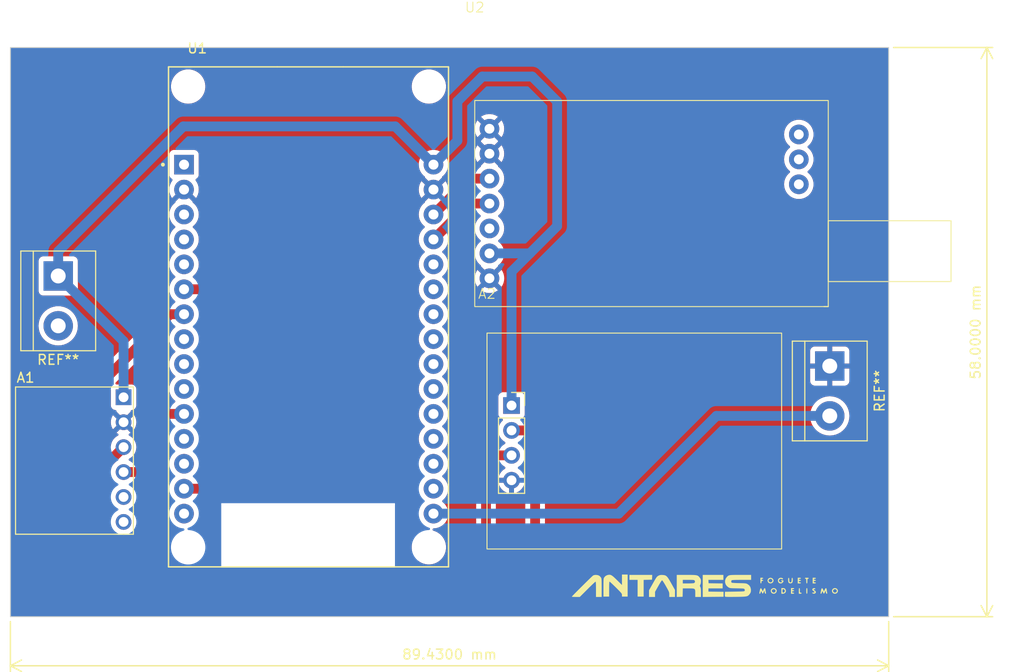
<source format=kicad_pcb>
(kicad_pcb (version 20240108) (generator "pcbnew") (generator_version "8.0")
  (layers (0 "F.Cu" signal) (31 "B.Cu" signal) (34 "B.Paste" user) (35 "F.Paste" user) (36 "B.SilkS" user "B.Silkscreen") (37 "F.SilkS" user "F.Silkscreen") (38 "B.Mask" user) (39 "F.Mask" user) (44 "Edge.Cuts" user))
  (net 0 "")
  (net 1 "+BATT")
  (net 2 "GND")
  (net 3 "Net-(A1-SCL)")
  (net 4 "Net-(A1-SDA)")
  (net 7 "Net-(A2-RX)")
  (net 8 "Net-(A2-TX)")
  (net 19 "Net-(U1-D13)")
  (net 20 "Net-(U1-D12)")
  (net 31 "RESET")
  (net 33 "-BATT")
  (footprint "Antares_Custom:NEO-6M" (layer "F.Cu") (at 135.1 87.1)
    (property "Reference" "A2" (at 0 -4 0) (layer "F.SilkS") (effects (font (thickness 0.1))))
    (property "Value" "NEO-6M")
    (fp_line (start 1.17 8.65) (end 1.17 16.33) (stroke (width 0.12)) (layer "F.SilkS"))
    (fp_line (start 1.17 8.65) (end 3.83 8.65) (stroke (width 0.12)) (layer "F.SilkS"))
    (fp_line (start 1.17 16.33) (end 3.83 16.33) (stroke (width 0.12)) (layer "F.SilkS"))
    (fp_line (start 2.5 6.05) (end 3.83 6.05) (stroke (width 0.12)) (layer "F.SilkS"))
    (fp_line (start 3.83 6.05) (end 3.83 7.38) (stroke (width 0.12)) (layer "F.SilkS"))
    (fp_line (start 3.83 8.65) (end 3.83 16.33) (stroke (width 0.12)) (layer "F.SilkS"))
    (fp_rect (start 0 0) (end 30 22) (stroke (width 0.1)) (fill none) (layer "F.SilkS"))
    (pad "1" thru_hole rect (at 2.5 7.38) (size 1.7 1.7) (drill 1) (layers "*.Cu" "*.Mask") (net 1 "+BATT"))
    (pad "2" thru_hole oval (at 2.5 9.92) (size 1.7 1.7) (drill 1) (layers "*.Cu" "*.Mask") (net 7 "Net-(A2-RX)"))
    (pad "3" thru_hole oval (at 2.5 12.46) (size 1.7 1.7) (drill 1) (layers "*.Cu" "*.Mask") (net 8 "Net-(A2-TX)"))
    (pad "4" thru_hole oval (at 2.5 15) (size 1.7 1.7) (drill 1) (layers "*.Cu" "*.Mask") (net 2 "GND"))
  )
  (footprint "TerminalBlock:TerminalBlock_bornier-2_P5.08mm" (layer "F.Cu") (at 170 90.46 -90)
    (property "Reference" "REF**" (at 2.54 -5.08 90) (layer "F.SilkS"))
    (property "Value" "TerminalBlock_bornier-2_P5.08mm")
    (fp_line (start -2.54 3.81) (end 7.62 3.81) (stroke (width 0.12)) (layer "F.SilkS"))
    (fp_line (start 7.62 3.81) (end 7.62 -3.81) (stroke (width 0.12)) (layer "F.SilkS"))
    (fp_line (start 7.62 2.54) (end -2.54 2.54) (stroke (width 0.12)) (layer "F.SilkS"))
    (fp_line (start -2.54 -3.81) (end -2.54 3.81) (stroke (width 0.12)) (layer "F.SilkS"))
    (fp_line (start 7.62 -3.81) (end -2.54 -3.81) (stroke (width 0.12)) (layer "F.SilkS"))
    (pad "1" thru_hole rect (at 0 0 270) (size 3 3) (drill 1.52) (layers "*.Cu" "*.Mask") (net 2 "GND"))
    (pad "2" thru_hole circle (at 5.08 0 270) (size 3 3) (drill 1.52) (layers "*.Cu" "*.Mask") (net 31 "RESET"))
  )
  (footprint "Antares_Custom:LoRa" (layer "F.Cu") (at 133.85 84.4)
    (property "Reference" "U2" (at 0 -30.48 0) (layer "F.SilkS") (effects (font (thickness 0.1))))
    (property "Value" "~")
    (fp_rect (start 0 0) (end 36 -21) (stroke (width 0.1)) (fill none) (layer "F.SilkS"))
    (fp_rect (start 35.56 0) (end 36 0) (stroke (width 0.1)) (fill none) (layer "F.SilkS"))
    (fp_rect (start 36 -2.55) (end 48.5 -8.75) (stroke (width 0.1)) (fill none) (layer "F.SilkS"))
    (pad "1" thru_hole circle (at 1.5 -18.12) (size 2 2) (drill 1) (layers "*.Cu" "*.Mask") (net 2 "GND"))
    (pad "2" thru_hole circle (at 1.5 -15.58) (size 2 2) (drill 1) (layers "*.Cu" "*.Mask") (net 2 "GND"))
    (pad "3" thru_hole circle (at 1.5 -13.04) (size 2 2) (drill 1) (layers "*.Cu" "*.Mask") (net 19 "Net-(U1-D13)"))
    (pad "4" thru_hole circle (at 1.5 -10.5) (size 2 2) (drill 1) (layers "*.Cu" "*.Mask") (net 20 "Net-(U1-D12)"))
    (pad "5" thru_hole circle (at 1.5 -7.96) (size 2 2) (drill 1) (layers "*.Cu" "*.Mask"))
    (pad "6" thru_hole circle (at 1.5 -5.42) (size 2 2) (drill 1) (layers "*.Cu" "*.Mask") (net 1 "+BATT"))
    (pad "7" thru_hole circle (at 1.5 -2.88) (size 2 2) (drill 1) (layers "*.Cu" "*.Mask") (net 2 "GND"))
    (pad "9" thru_hole circle (at 33 -17.54) (size 2 2) (drill 1) (layers "*.Cu" "*.Mask"))
    (pad "10" thru_hole circle (at 33 -15) (size 2 2) (drill 1) (layers "*.Cu" "*.Mask"))
    (pad "11" thru_hole circle (at 33 -12.46) (size 2 2) (drill 1) (layers "*.Cu" "*.Mask"))
  )
  (footprint "Antares:Antares Logo" (layer "F.Cu") (at 155.615968 110.61793)
    (property "Reference" "G***" (hide yes))
    (property "Value" "LOGO" (hide yes))
    (fp_poly (pts (xy -3.702361 1.367689) (xy -3.713075 1.612268) (xy -4.138824 1.622477) (xy -4.564573 1.632685) (xy -4.564573 2.483033) (xy -4.564573 3.333381) (xy -4.872561 3.333381) (xy -5.18055 3.333381) (xy -5.18055 2.481883) (xy -5.18055 1.630385) (xy -5.59724 1.630385) (xy -6.013931 1.630385) (xy -6.013931 1.376747) (xy -6.013931 1.12311) (xy -4.852789 1.12311) (xy -3.691647 1.12311)) (fill solid) (layer "F.SilkS"))
    (fp_poly (pts (xy 12.076581 2.477419) (xy 12.093317 2.526957) (xy 12.101315 2.625246) (xy 12.103045 2.753638) (xy 12.100485 2.902368) (xy 12.091197 2.991627) (xy 12.072767 3.034281) (xy 12.048694 3.043509) (xy 12.020807 3.029856) (xy 12.004071 2.980319) (xy 11.996073 2.882029) (xy 11.994343 2.753638) (xy 11.996903 2.604907) (xy 12.006191 2.515648) (xy 12.02462 2.472994) (xy 12.048694 2.463766)) (fill solid) (layer "F.SilkS"))
    (fp_poly (pts (xy 11.318267 2.47949) (xy 11.335212 2.535673) (xy 11.341734 2.645835) (xy 11.342132 2.699287) (xy 11.34372 2.825892) (xy 11.352683 2.89641) (xy 11.375318 2.927213) (xy 11.417922 2.934671) (xy 11.432717 2.934807) (xy 11.505572 2.953706) (xy 11.523302 2.989158) (xy 11.499369 3.02695) (xy 11.420034 3.042523) (xy 11.378366 3.043509) (xy 11.23343 3.043509) (xy 11.23343 2.753638) (xy 11.23599 2.604907) (xy 11.245278 2.515648) (xy 11.263708 2.472994) (xy 11.287781 2.463766)) (fill solid) (layer "F.SilkS"))
    (fp_poly (pts (xy 3.551832 1.376747) (xy 3.551832 1.630385) (xy 2.788934 1.630385) (xy 2.026036 1.630385) (xy 2.037079 1.802496) (xy 2.048123 1.974608) (xy 2.763744 1.984432) (xy 3.479364 1.994257) (xy 3.479364 2.247128) (xy 3.479364 2.5) (xy 2.754685 2.5) (xy 2.030006 2.5) (xy 2.030006 2.662332) (xy 2.030006 2.824664) (xy 2.799978 2.834443) (xy 3.569949 2.844223) (xy 3.569949 3.09786) (xy 3.569949 3.351498) (xy 2.510106 3.361104) (xy 1.450263 3.370709) (xy 1.450263 2.24691) (xy 1.450263 1.12311) (xy 2.501048 1.12311) (xy 3.551832 1.12311)) (fill solid) (layer "F.SilkS"))
    (fp_poly (pts (xy 7.565877 1.421956) (xy 7.607404 1.451707) (xy 7.610035 1.467332) (xy 7.578537 1.511046) (xy 7.51945 1.521683) (xy 7.446595 1.540582) (xy 7.428865 1.576034) (xy 7.460363 1.619747) (xy 7.51945 1.630385) (xy 7.592305 1.649284) (xy 7.610035 1.684736) (xy 7.578537 1.728449) (xy 7.51945 1.739087) (xy 7.458191 1.748562) (xy 7.433113 1.7912) (xy 7.428865 1.865906) (xy 7.417079 1.959703) (xy 7.379464 1.992495) (xy 7.374514 1.992725) (xy 7.346627 1.979072) (xy 7.329891 1.929534) (xy 7.321893 1.831245) (xy 7.320163 1.702853) (xy 7.320163 1.412981) (xy 7.465099 1.412981)) (fill solid) (layer "F.SilkS"))
    (fp_poly (pts (xy 12.168876 1.417861) (xy 12.23075 1.434983) (xy 12.247981 1.467332) (xy 12.217773 1.511596) (xy 12.175513 1.521683) (xy 12.136294 1.529024) (xy 12.114429 1.56172) (xy 12.10499 1.635786) (xy 12.103045 1.757204) (xy 12.099416 1.889311) (xy 12.086451 1.962737) (xy 12.061029 1.991) (xy 12.048694 1.992725) (xy 12.018208 1.977001) (xy 12.001263 1.920818) (xy 11.994741 1.810656) (xy 11.994343 1.757204) (xy 11.992084 1.629744) (xy 11.982024 1.558682) (xy 11.959234 1.528005) (xy 11.921875 1.521683) (xy 11.862858 1.499027) (xy 11.849407 1.467332) (xy 11.867299 1.434556) (xy 11.930079 1.417681) (xy 12.048694 1.412981)) (fill solid) (layer "F.SilkS"))
    (fp_poly (pts (xy 10.706806 2.470879) (xy 10.755759 2.495065) (xy 10.762389 2.518117) (xy 10.72998 2.561266) (xy 10.653687 2.572468) (xy 10.567388 2.588672) (xy 10.544985 2.626819) (xy 10.577394 2.669968) (xy 10.653687 2.68117) (xy 10.739986 2.697374) (xy 10.762389 2.735521) (xy 10.72998 2.77867) (xy 10.653687 2.789872) (xy 10.57412 2.80126) (xy 10.546106 2.843633) (xy 10.544985 2.86234) (xy 10.562067 2.915384) (xy 10.625627 2.93406) (xy 10.653687 2.934807) (xy 10.739986 2.951012) (xy 10.762389 2.989158) (xy 10.74105 3.024982) (xy 10.668493 3.041299) (xy 10.599336 3.043509) (xy 10.436283 3.043509) (xy 10.436283 2.753638) (xy 10.436283 2.463766) (xy 10.599336 2.463766)) (fill solid) (layer "F.SilkS"))
    (fp_poly (pts (xy 11.395251 1.420094) (xy 11.444204 1.44428) (xy 11.450834 1.467332) (xy 11.418425 1.510482) (xy 11.342132 1.521683) (xy 11.255833 1.537888) (xy 11.23343 1.576034) (xy 11.265839 1.619184) (xy 11.342132 1.630385) (xy 11.428431 1.646589) (xy 11.450834 1.684736) (xy 11.418425 1.727886) (xy 11.342132 1.739087) (xy 11.262565 1.750475) (xy 11.234551 1.792848) (xy 11.23343 1.811555) (xy 11.250512 1.864599) (xy 11.314072 1.883275) (xy 11.342132 1.884023) (xy 11.428431 1.900227) (xy 11.450834 1.938374) (xy 11.429495 1.974197) (xy 11.356938 1.990515) (xy 11.287781 1.992725) (xy 11.124728 1.992725) (xy 11.124728 1.702853) (xy 11.124728 1.412981) (xy 11.287781 1.412981)) (fill solid) (layer "F.SilkS"))
    (fp_poly (pts (xy 12.917077 1.420094) (xy 12.96603 1.44428) (xy 12.97266 1.467332) (xy 12.940251 1.510482) (xy 12.863958 1.521683) (xy 12.777659 1.537888) (xy 12.755256 1.576034) (xy 12.787665 1.619184) (xy 12.863958 1.630385) (xy 12.950257 1.646589) (xy 12.97266 1.684736) (xy 12.940251 1.727886) (xy 12.863958 1.739087) (xy 12.784391 1.750475) (xy 12.756377 1.792848) (xy 12.755256 1.811555) (xy 12.772338 1.864599) (xy 12.835898 1.883275) (xy 12.863958 1.884023) (xy 12.950257 1.900227) (xy 12.97266 1.938374) (xy 12.951321 1.974197) (xy 12.878764 1.990515) (xy 12.809607 1.992725) (xy 12.646554 1.992725) (xy 12.646554 1.702853) (xy 12.646554 1.412981) (xy 12.809607 1.412981)) (fill solid) (layer "F.SilkS"))
    (fp_poly (pts (xy 9.733162 2.473341) (xy 9.808418 2.510552) (xy 9.85391 2.559237) (xy 9.918812 2.689476) (xy 9.92009 2.817877) (xy 9.865405 2.929562) (xy 9.762418 3.009653) (xy 9.618791 3.043271) (xy 9.604549 3.043509) (xy 9.457966 3.043509) (xy 9.457966 2.753638) (xy 9.566668 2.753638) (xy 9.570662 2.862643) (xy 9.587163 2.916982) (xy 9.622951 2.93423) (xy 9.636548 2.934807) (xy 9.718603 2.910194) (xy 9.763367 2.877868) (xy 9.811696 2.787299) (xy 9.803232 2.690906) (xy 9.747597 2.611858) (xy 9.65441 2.573325) (xy 9.636548 2.572468) (xy 9.594503 2.582823) (xy 9.573544 2.625603) (xy 9.566891 2.718385) (xy 9.566668 2.753638) (xy 9.457966 2.753638) (xy 9.457966 2.463766) (xy 9.618389 2.463766)) (fill solid) (layer "F.SilkS"))
    (fp_poly (pts (xy 12.816474 2.470206) (xy 12.894638 2.49657) (xy 12.918309 2.536234) (xy 12.889679 2.577357) (xy 12.839992 2.579793) (xy 12.768169 2.586483) (xy 12.735189 2.618022) (xy 12.75368 2.655625) (xy 12.780135 2.668816) (xy 12.894666 2.735255) (xy 12.961774 2.828045) (xy 12.97266 2.884797) (xy 12.942318 2.970861) (xy 12.865481 3.024796) (xy 12.763436 3.040119) (xy 12.657466 3.010345) (xy 12.626304 2.990311) (xy 12.586117 2.95438) (xy 12.593495 2.934548) (xy 12.657861 2.924728) (xy 12.73377 2.920868) (xy 12.824199 2.903724) (xy 12.847041 2.866518) (xy 12.802111 2.815817) (xy 12.737814 2.779374) (xy 12.643616 2.707276) (xy 12.607851 2.622167) (xy 12.62593 2.542081) (xy 12.693265 2.485052) (xy 12.805267 2.469114)) (fill solid) (layer "F.SilkS"))
    (fp_poly (pts (xy 10.597844 1.444862) (xy 10.617554 1.526449) (xy 10.622716 1.636662) (xy 10.613813 1.75442) (xy 10.591328 1.858641) (xy 10.555744 1.928246) (xy 10.55119 1.932758) (xy 10.451743 1.982176) (xy 10.334084 1.987179) (xy 10.231137 1.948368) (xy 10.206378 1.926462) (xy 10.171804 1.856667) (xy 10.150437 1.75226) (xy 10.142509 1.634466) (xy 10.148252 1.524509) (xy 10.167898 1.443612) (xy 10.200762 1.412981) (xy 10.235192 1.43266) (xy 10.251841 1.500615) (xy 10.255113 1.591188) (xy 10.261432 1.741096) (xy 10.283926 1.831616) (xy 10.327905 1.875006) (xy 10.381932 1.884023) (xy 10.446853 1.869433) (xy 10.486055 1.817492) (xy 10.504846 1.71594) (xy 10.508751 1.591188) (xy 10.514753 1.478299) (xy 10.535478 1.423711) (xy 10.563102 1.412981)) (fill solid) (layer "F.SilkS"))
    (fp_poly (pts (xy 8.489458 1.443905) (xy 8.595498 1.526199) (xy 8.654251 1.644147) (xy 8.660819 1.702853) (xy 8.627963 1.831443) (xy 8.540526 1.931245) (xy 8.415206 1.986542) (xy 8.352831 1.992725) (xy 8.214591 1.963156) (xy 8.13378 1.903787) (xy 8.061147 1.788809) (xy 8.052853 1.702853) (xy 8.153544 1.702853) (xy 8.185713 1.795816) (xy 8.266145 1.863209) (xy 8.352831 1.884023) (xy 8.445498 1.860452) (xy 8.495179 1.827084) (xy 8.545106 1.735947) (xy 8.536301 1.641239) (xy 8.478355 1.56354) (xy 8.380861 1.52343) (xy 8.352831 1.521683) (xy 8.250572 1.550928) (xy 8.176439 1.624048) (xy 8.153544 1.702853) (xy 8.052853 1.702853) (xy 8.049292 1.665951) (xy 8.090795 1.551839) (xy 8.178236 1.463099) (xy 8.304194 1.416356) (xy 8.352831 1.412981)) (fill solid) (layer "F.SilkS"))
    (fp_poly (pts (xy 8.815564 2.49469) (xy 8.921603 2.576984) (xy 8.980356 2.694931) (xy 8.986925 2.753638) (xy 8.954069 2.882228) (xy 8.866631 2.98203) (xy 8.741312 3.037327) (xy 8.678936 3.043509) (xy 8.540697 3.013941) (xy 8.459886 2.954571) (xy 8.387252 2.839593) (xy 8.378958 2.753638) (xy 8.47965 2.753638) (xy 8.511819 2.8466) (xy 8.592251 2.913994) (xy 8.678936 2.934807) (xy 8.771604 2.911236) (xy 8.821284 2.877868) (xy 8.871212 2.786731) (xy 8.862407 2.692023) (xy 8.804461 2.614325) (xy 8.706967 2.574215) (xy 8.678936 2.572468) (xy 8.576677 2.601713) (xy 8.502545 2.674832) (xy 8.47965 2.753638) (xy 8.378958 2.753638) (xy 8.375397 2.716735) (xy 8.4169 2.602624) (xy 8.504341 2.513883) (xy 8.6303 2.467141) (xy 8.678936 2.463766)) (fill solid) (layer "F.SilkS"))
    (fp_poly (pts (xy 15.047803 2.49469) (xy 15.153843 2.576984) (xy 15.212596 2.694931) (xy 15.219165 2.753638) (xy 15.186308 2.882228) (xy 15.098871 2.98203) (xy 14.973552 3.037327) (xy 14.911176 3.043509) (xy 14.772936 3.013941) (xy 14.692125 2.954571) (xy 14.619492 2.839593) (xy 14.611198 2.753638) (xy 14.711889 2.753638) (xy 14.744058 2.8466) (xy 14.82449 2.913994) (xy 14.911176 2.934807) (xy 15.003843 2.911236) (xy 15.053524 2.877868) (xy 15.103452 2.786731) (xy 15.094646 2.692023) (xy 15.036701 2.614325) (xy 14.939206 2.574215) (xy 14.911176 2.572468) (xy 14.808917 2.601713) (xy 14.734785 2.674832) (xy 14.711889 2.753638) (xy 14.611198 2.753638) (xy 14.607637 2.716735) (xy 14.64914 2.602624) (xy 14.736581 2.513883) (xy 14.86254 2.467141) (xy 14.911176 2.463766)) (fill solid) (layer "F.SilkS"))
    (fp_poly (pts (xy 9.506112 1.427619) (xy 9.588682 1.464722) (xy 9.627955 1.514075) (xy 9.611961 1.562725) (xy 9.562119 1.589773) (xy 9.523187 1.565164) (xy 9.438068 1.523763) (xy 9.340906 1.53448) (xy 9.256084 1.586786) (xy 9.207986 1.670152) (xy 9.204329 1.702853) (xy 9.234328 1.794222) (xy 9.308436 1.857239) (xy 9.402814 1.882632) (xy 9.493625 1.861133) (xy 9.530434 1.829672) (xy 9.553773 1.788026) (xy 9.516216 1.775619) (xy 9.498637 1.775321) (xy 9.436161 1.753685) (xy 9.421732 1.72097) (xy 9.449233 1.680771) (xy 9.537001 1.666717) (xy 9.548551 1.666619) (xy 9.644032 1.685114) (xy 9.67716 1.739618) (xy 9.647605 1.828658) (xy 9.600272 1.897253) (xy 9.5233 1.96686) (xy 9.422212 1.991709) (xy 9.385498 1.992725) (xy 9.271717 1.977537) (xy 9.19152 1.921802) (xy 9.170725 1.897253) (xy 9.108697 1.770118) (xy 9.107266 1.641293) (xy 9.158631 1.527614) (xy 9.254993 1.445918) (xy 9.388554 1.413043) (xy 9.395043 1.412981)) (fill solid) (layer "F.SilkS"))
    (fp_poly (pts (xy 7.800148 2.492039) (xy 7.832497 2.587181) (xy 7.842809 2.650016) (xy 7.861587 2.781188) (xy 7.880786 2.899649) (xy 7.888241 2.939888) (xy 7.893505 3.01678) (xy 7.863107 3.043011) (xy 7.853961 3.043509) (xy 7.793984 3.01221) (xy 7.760913 2.916797) (xy 7.753284 2.814084) (xy 7.750823 2.750748) (xy 7.740322 2.735859) (xy 7.713314 2.774732) (xy 7.662004 2.871398) (xy 7.608871 2.967188) (xy 7.567939 3.029673) (xy 7.553218 3.043509) (xy 7.528459 3.013581) (xy 7.487608 2.937717) (xy 7.465395 2.890222) (xy 7.423695 2.805848) (xy 7.394879 2.782161) (xy 7.370846 2.822643) (xy 7.343499 2.930776) (xy 7.340616 2.943866) (xy 7.309571 3.008009) (xy 7.263958 3.042654) (xy 7.22522 3.038621) (xy 7.213696 2.998217) (xy 7.221299 2.941042) (xy 7.238955 2.836317) (xy 7.260804 2.71755) (xy 7.297922 2.567149) (xy 7.339203 2.488599) (xy 7.386216 2.481331) (xy 7.440532 2.544775) (xy 7.485886 2.635849) (xy 7.561024 2.807989) (xy 7.637843 2.635877) (xy 7.702279 2.51635) (xy 7.756561 2.468417)) (fill solid) (layer "F.SilkS"))
    (fp_poly (pts (xy 14.032388 2.492039) (xy 14.064737 2.587181) (xy 14.075049 2.650016) (xy 14.093826 2.781188) (xy 14.113026 2.899649) (xy 14.12048 2.939888) (xy 14.125744 3.01678) (xy 14.095346 3.043011) (xy 14.086201 3.043509) (xy 14.026224 3.01221) (xy 13.993152 2.916797) (xy 13.985523 2.814084) (xy 13.983063 2.750748) (xy 13.972561 2.735859) (xy 13.945554 2.774732) (xy 13.894244 2.871398) (xy 13.841111 2.967188) (xy 13.800179 3.029673) (xy 13.785458 3.043509) (xy 13.760699 3.013581) (xy 13.719847 2.937717) (xy 13.697635 2.890222) (xy 13.655935 2.805848) (xy 13.627118 2.782161) (xy 13.603086 2.822643) (xy 13.575739 2.930776) (xy 13.572856 2.943866) (xy 13.54181 3.008009) (xy 13.496198 3.042654) (xy 13.457459 3.038621) (xy 13.445935 2.998217) (xy 13.453539 2.941042) (xy 13.471194 2.836317) (xy 13.493044 2.71755) (xy 13.530162 2.567149) (xy 13.571442 2.488599) (xy 13.618456 2.481331) (xy 13.672771 2.544775) (xy 13.718126 2.635849) (xy 13.793264 2.807989) (xy 13.870083 2.635877) (xy 13.934518 2.51635) (xy 13.988801 2.468417)) (fill solid) (layer "F.SilkS"))
    (fp_poly (pts (xy -6.195101 2.210128) (xy -6.195101 3.333381) (xy -6.484972 3.333381) (xy -6.774844 3.333381) (xy -6.774844 3.178987) (xy -6.776373 3.128711) (xy -6.785028 3.082835) (xy -6.806911 3.033715) (xy -6.848124 2.973704) (xy -6.914769 2.895158) (xy -7.012949 2.79043) (xy -7.148766 2.651875) (xy -7.328321 2.471847) (xy -7.382151 2.418074) (xy -7.55497 2.2473) (xy -7.712455 2.095131) (xy -7.846937 1.968698) (xy -7.95075 1.87513) (xy -8.016226 1.821559) (xy -8.034362 1.811555) (xy -8.050138 1.828947) (xy -8.062049 1.885746) (xy -8.070502 1.988886) (xy -8.075908 2.1453) (xy -8.078676 2.361921) (xy -8.079266 2.572468) (xy -8.079266 3.333381) (xy -8.369138 3.333381) (xy -8.659009 3.333381) (xy -8.658874 2.418474) (xy -8.65846 2.134736) (xy -8.656882 1.914035) (xy -8.653492 1.746938) (xy -8.647642 1.624014) (xy -8.638687 1.535834) (xy -8.625977 1.472967) (xy -8.608867 1.425981) (xy -8.588136 1.387775) (xy -8.461907 1.241724) (xy -8.291594 1.150014) (xy -8.182254 1.122065) (xy -8.07768 1.108309) (xy -7.983782 1.112134) (xy -7.891073 1.13915) (xy -7.790066 1.194966) (xy -7.671273 1.285191) (xy -7.525208 1.415435) (xy -7.342383 1.591306) (xy -7.273061 1.659627) (xy -6.774844 2.152436) (xy -6.774844 1.619656) (xy -6.774844 1.086876) (xy -6.484972 1.086876) (xy -6.195101 1.086876)) (fill solid) (layer "F.SilkS"))
    (fp_poly (pts (xy -9.209881 1.151512) (xy -9.042239 1.237011) (xy -8.91504 1.381264) (xy -8.912451 1.385475) (xy -8.890393 1.426048) (xy -8.873344 1.472722) (xy -8.860662 1.534843) (xy -8.851706 1.621754) (xy -8.845836 1.742799) (xy -8.842409 1.907325) (xy -8.840785 2.124674) (xy -8.840322 2.404191) (xy -8.840315 2.436591) (xy -8.840179 3.369615) (xy -9.130051 3.369615) (xy -9.419922 3.369615) (xy -9.419922 2.590585) (xy -9.420876 2.321191) (xy -9.424014 2.117121) (xy -9.429754 1.971252) (xy -9.438513 1.876461) (xy -9.450707 1.825627) (xy -9.465531 1.811555) (xy -9.501652 1.836306) (xy -9.582009 1.90637) (xy -9.699954 2.01546) (xy -9.848838 2.157292) (xy -10.022013 2.325579) (xy -10.212831 2.514036) (xy -10.289537 2.590585) (xy -11.067935 3.369615) (xy -11.475883 3.369615) (xy -11.638067 3.367342) (xy -11.769695 3.361173) (xy -11.85631 3.352077) (xy -11.883831 3.342205) (xy -11.858987 3.310726) (xy -11.788812 3.235132) (xy -11.679842 3.121918) (xy -11.538612 2.97758) (xy -11.371657 2.808614) (xy -11.185513 2.621514) (xy -10.986715 2.422778) (xy -10.781798 2.2189) (xy -10.577299 2.016377) (xy -10.379752 1.821703) (xy -10.195692 1.641375) (xy -10.031656 1.481889) (xy -9.894178 1.349739) (xy -9.789794 1.251422) (xy -9.72504 1.193433) (xy -9.71079 1.182371) (xy -9.601252 1.140932) (xy -9.444795 1.123504) (xy -9.420919 1.123245)) (fill solid) (layer "F.SilkS"))
    (fp_poly (pts (xy -2.646879 1.129113) (xy -2.643311 1.129313) (xy -2.512268 1.140482) (xy -2.403112 1.162604) (xy -2.308151 1.2031) (xy -2.219694 1.269391) (xy -2.130048 1.3689) (xy -2.031523 1.509049) (xy -1.916426 1.69726) (xy -1.777067 1.940955) (xy -1.747383 1.993835) (xy -1.375985 2.656593) (xy -1.375985 3.013104) (xy -1.375985 3.369615) (xy -1.665857 3.369615) (xy -1.955728 3.369615) (xy -1.955728 3.125007) (xy -1.956764 3.03792) (xy -1.963029 2.964047) (xy -1.979264 2.891486) (xy -2.010206 2.808336) (xy -2.060595 2.702698) (xy -2.135169 2.56267) (xy -2.238667 2.376352) (xy -2.290997 2.283043) (xy -2.399078 2.094987) (xy -2.498688 1.930072) (xy -2.583339 1.798381) (xy -2.646544 1.709997) (xy -2.681817 1.675004) (xy -2.682229 1.674911) (xy -2.718773 1.696278) (xy -2.779488 1.772047) (xy -2.866372 1.905203) (xy -2.98142 2.098732) (xy -3.07164 2.25723) (xy -3.405086 2.850328) (xy -3.405086 3.109971) (xy -3.405086 3.369615) (xy -3.713075 3.369615) (xy -4.021064 3.369615) (xy -4.021064 3.030723) (xy -4.021064 2.691831) (xy -3.655834 2.043347) (xy -3.521558 1.805754) (xy -3.416197 1.622881) (xy -3.333431 1.486124) (xy -3.266942 1.386878) (xy -3.210413 1.316538) (xy -3.157524 1.266497) (xy -3.101957 1.228151) (xy -3.037394 1.192895) (xy -3.027772 1.187968) (xy -2.921636 1.145322) (xy -2.804556 1.127212)) (fill solid) (layer "F.SilkS"))
    (fp_poly (pts (xy -0.20744 1.123166) (xy 0.111016 1.123668) (xy 0.365897 1.126372) (xy 0.566093 1.133136) (xy 0.720495 1.145815) (xy 0.837996 1.166267) (xy 0.927487 1.196348) (xy 0.997858 1.237916) (xy 1.058001 1.292828) (xy 1.116808 1.362941) (xy 1.150353 1.40674) (xy 1.21893 1.506936) (xy 1.254635 1.595845) (xy 1.267683 1.706248) (xy 1.268903 1.787196) (xy 1.252493 1.983067) (xy 1.203926 2.117518) (xy 1.164308 2.191242) (xy 1.159607 2.248062) (xy 1.189854 2.323356) (xy 1.204117 2.351642) (xy 1.233385 2.424259) (xy 1.252729 2.515782) (xy 1.26389 2.641551) (xy 1.268607 2.816906) (xy 1.269093 2.924352) (xy 1.269093 3.369615) (xy 0.979222 3.369615) (xy 0.68935 3.369615) (xy 0.68935 3.015338) (xy 0.68875 2.836526) (xy 0.680562 2.704717) (xy 0.65521 2.612751) (xy 0.603115 2.553467) (xy 0.514699 2.519705) (xy 0.380383 2.504305) (xy 0.19059 2.500106) (xy 0 2.5) (xy -0.576538 2.5) (xy -0.586747 2.925749) (xy -0.596955 3.351498) (xy -0.895885 3.362022) (xy -1.194815 3.372546) (xy -1.194815 2.247828) (xy -1.194815 1.630385) (xy -0.578838 1.630385) (xy -0.578838 1.811555) (xy -0.578838 1.992725) (xy -0.055805 1.992725) (xy 0.138777 1.990461) (xy 0.313505 1.984248) (xy 0.452586 1.974949) (xy 0.54023 1.96343) (xy 0.555219 1.959271) (xy 0.639267 1.895459) (xy 0.66468 1.802364) (xy 0.628939 1.705197) (xy 0.604971 1.677071) (xy 0.571126 1.657027) (xy 0.515946 1.643706) (xy 0.427974 1.635748) (xy 0.295753 1.631792) (xy 0.107825 1.630477) (xy -0.00115 1.630385) (xy -0.578838 1.630385) (xy -1.194815 1.630385) (xy -1.194815 1.12311)) (fill solid) (layer "F.SilkS"))
    (fp_poly (pts (xy 6.37808 1.376747) (xy 6.37808 1.630385) (xy 5.407011 1.630385) (xy 5.087396 1.631416) (xy 4.834969 1.63466) (xy 4.644476 1.640342) (xy 4.510665 1.648686) (xy 4.428283 1.659918) (xy 4.39246 1.673866) (xy 4.354439 1.752804) (xy 4.356769 1.846785) (xy 4.394512 1.912939) (xy 4.446089 1.926539) (xy 4.561136 1.938985) (xy 4.730659 1.949683) (xy 4.94566 1.958037) (xy 5.146367 1.962668) (xy 5.392915 1.967393) (xy 5.578751 1.972934) (xy 5.715626 1.980577) (xy 5.815296 1.991608) (xy 5.889514 2.007314) (xy 5.950032 2.028983) (xy 6.006642 2.05685) (xy 6.182817 2.187587) (xy 6.299153 2.358966) (xy 6.354846 2.569598) (xy 6.359964 2.666344) (xy 6.354183 2.807055) (xy 6.330536 2.908833) (xy 6.279568 3.004724) (xy 6.251262 3.04622) (xy 6.191432 3.127586) (xy 6.133373 3.193048) (xy 6.068657 3.244435) (xy 5.98886 3.283578) (xy 5.885555 3.312306) (xy 5.750316 3.33245) (xy 5.574719 3.345838) (xy 5.350337 3.354303) (xy 5.068744 3.359672) (xy 4.79265 3.363012) (xy 4.48141 3.365924) (xy 4.23524 3.366953) (xy 4.046765 3.365824) (xy 3.908604 3.362263) (xy 3.813379 3.355994) (xy 3.753712 3.346741) (xy 3.722226 3.334229) (xy 3.712733 3.322721) (xy 3.703701 3.259948) (xy 3.701093 3.151801) (xy 3.703869 3.057569) (xy 3.714885 2.844223) (xy 4.707197 2.826106) (xy 5.000919 2.82058) (xy 5.230408 2.815489) (xy 5.40389 2.810063) (xy 5.529592 2.803532) (xy 5.615738 2.795129) (xy 5.670554 2.784083) (xy 5.702266 2.769626) (xy 5.7191 2.750989) (xy 5.728091 2.730647) (xy 5.729696 2.628286) (xy 5.704886 2.579371) (xy 5.683043 2.553953) (xy 5.651336 2.534851) (xy 5.599661 2.520934) (xy 5.517916 2.511074) (xy 5.395997 2.504143) (xy 5.223802 2.499012) (xy 4.991228 2.494553) (xy 4.93763 2.493659) (xy 4.692189 2.489297) (xy 4.507557 2.484463) (xy 4.372081 2.477729) (xy 4.27411 2.467664) (xy 4.201991 2.452839) (xy 4.14407 2.431822) (xy 4.088697 2.403184) (xy 4.058718 2.385793) (xy 3.89212 2.250019) (xy 3.780391 2.079429) (xy 3.725058 1.887794) (xy 3.727652 1.688884) (xy 3.789702 1.496471) (xy 3.912736 1.324326) (xy 3.938112 1.299648) (xy 3.992389 1.250892) (xy 4.044082 1.212056) (xy 4.101822 1.182012) (xy 4.174241 1.159631) (xy 4.269969 1.143787) (xy 4.397639 1.133349) (xy 4.565881 1.127191) (xy 4.783327 1.124184) (xy 5.058608 1.1232) (xy 5.28868 1.12311) (xy 6.37808 1.12311)) (fill solid) (layer "F.SilkS"))
  )
  (footprint "Antares_Custom:MODULE_ESP32_DEVKIT_V1" (layer "F.Cu") (at 116.95 85.452199)
    (property "Reference" "U1" (at -11.355 -27.36 0) (layer "F.SilkS"))
    (property "Value" "~")
    (fp_line (start -14.28 -25.475) (end -3.211 -25.475) (stroke (width 0.127)) (layer "F.SilkS"))
    (fp_line (start -14.28 -25.475) (end 14.23 -25.475) (stroke (width 0.127)) (layer "F.SilkS"))
    (fp_line (start -14.28 25.475) (end -14.28 -25.475) (stroke (width 0.127)) (layer "F.SilkS"))
    (fp_line (start -14.28 25.475) (end -14.28 -25.475) (stroke (width 0.127)) (layer "F.SilkS"))
    (fp_line (start -14.28 25.475) (end -8.91 25.475) (stroke (width 0.127)) (layer "F.SilkS"))
    (fp_line (start -8.91 25.475) (end 8.78 25.475) (stroke (width 0.127)) (layer "F.SilkS"))
    (fp_line (start -3.211 -25.475) (end 3.5 -25.475) (stroke (width 0.127)) (layer "F.SilkS"))
    (fp_line (start 3.5 -25.475) (end 14.23 -25.475) (stroke (width 0.127)) (layer "F.SilkS"))
    (fp_line (start 8.78 25.475) (end 14.23 25.475) (stroke (width 0.127)) (layer "F.SilkS"))
    (fp_line (start 14.23 -25.475) (end 14.23 25.475) (stroke (width 0.127)) (layer "F.SilkS"))
    (fp_line (start 14.23 -25.475) (end 14.23 25.475) (stroke (width 0.127)) (layer "F.SilkS"))
    (fp_line (start 14.23 25.475) (end -14.28 25.475) (stroke (width 0.127)) (layer "F.SilkS"))
    (fp_circle (center -14.85 -15.515) (end -14.75 -15.515) (stroke (width 0.2)) (fill none) (layer "F.SilkS"))
    (pad "" np_thru_hole circle (at -12.28 -23.475) (size 3 3) (drill 3) (layers "*.Cu" "*.Mask"))
    (pad "" np_thru_hole circle (at -12.28 23.475) (size 3 3) (drill 3) (layers "*.Cu" "*.Mask"))
    (pad "" np_thru_hole circle (at 12.23 -23.475) (size 3 3) (drill 3) (layers "*.Cu" "*.Mask"))
    (pad "" np_thru_hole circle (at 12.23 23.475) (size 3 3) (drill 3) (layers "*.Cu" "*.Mask"))
    (pad "1" thru_hole rect (at -12.7 -15.515) (size 2 2) (drill 1.02) (layers "*.Cu" "*.Mask"))
    (pad "2" thru_hole circle (at -12.7 -12.975) (size 2 2) (drill 1.02) (layers "*.Cu" "*.Mask") (net 2 "GND"))
    (pad "3" thru_hole circle (at -12.7 -10.435) (size 2 2) (drill 1.02) (layers "*.Cu" "*.Mask"))
    (pad "4" thru_hole circle (at -12.7 -7.895) (size 2 2) (drill 1.02) (layers "*.Cu" "*.Mask"))
    (pad "5" thru_hole circle (at -12.7 -5.355) (size 2 2) (drill 1.02) (layers "*.Cu" "*.Mask"))
    (pad "6" thru_hole circle (at -12.7 -2.815) (size 2 2) (drill 1.02) (layers "*.Cu" "*.Mask") (net 8 "Net-(A2-TX)"))
    (pad "7" thru_hole circle (at -12.7 -0.275) (size 2 2) (drill 1.02) (layers "*.Cu" "*.Mask") (net 7 "Net-(A2-RX)"))
    (pad "8" thru_hole circle (at -12.7 2.265) (size 2 2) (drill 1.02) (layers "*.Cu" "*.Mask"))
    (pad "9" thru_hole circle (at -12.7 4.805) (size 2 2) (drill 1.02) (layers "*.Cu" "*.Mask"))
    (pad "10" thru_hole circle (at -12.7 7.345) (size 2 2) (drill 1.02) (layers "*.Cu" "*.Mask"))
    (pad "11" thru_hole circle (at -12.7 9.885) (size 2 2) (drill 1.02) (layers "*.Cu" "*.Mask") (net 4 "Net-(A1-SDA)"))
    (pad "12" thru_hole circle (at -12.7 12.425) (size 2 2) (drill 1.02) (layers "*.Cu" "*.Mask"))
    (pad "13" thru_hole circle (at -12.7 14.965) (size 2 2) (drill 1.02) (layers "*.Cu" "*.Mask"))
    (pad "14" thru_hole circle (at -12.7 17.505) (size 2 2) (drill 1.02) (layers "*.Cu" "*.Mask") (net 3 "Net-(A1-SCL)"))
    (pad "15" thru_hole circle (at -12.7 20.045) (size 2 2) (drill 1.02) (layers "*.Cu" "*.Mask"))
    (pad "16" thru_hole circle (at 12.7 20.045) (size 2 2) (drill 1.02) (layers "*.Cu" "*.Mask") (net 31 "RESET"))
    (pad "17" thru_hole circle (at 12.7 17.505) (size 2 2) (drill 1.02) (layers "*.Cu" "*.Mask"))
    (pad "18" thru_hole circle (at 12.7 14.965) (size 2 2) (drill 1.02) (layers "*.Cu" "*.Mask"))
    (pad "19" thru_hole circle (at 12.7 12.425) (size 2 2) (drill 1.02) (layers "*.Cu" "*.Mask"))
    (pad "20" thru_hole circle (at 12.7 9.885) (size 2 2) (drill 1.02) (layers "*.Cu" "*.Mask"))
    (pad "21" thru_hole circle (at 12.7 7.345) (size 2 2) (drill 1.02) (layers "*.Cu" "*.Mask"))
    (pad "22" thru_hole circle (at 12.7 4.805) (size 2 2) (drill 1.02) (layers "*.Cu" "*.Mask"))
    (pad "23" thru_hole circle (at 12.7 2.265) (size 2 2) (drill 1.02) (layers "*.Cu" "*.Mask"))
    (pad "24" thru_hole circle (at 12.7 -0.275) (size 2 2) (drill 1.02) (layers "*.Cu" "*.Mask"))
    (pad "25" thru_hole circle (at 12.7 -2.815) (size 2 2) (drill 1.02) (layers "*.Cu" "*.Mask"))
    (pad "26" thru_hole circle (at 12.7 -5.355) (size 2 2) (drill 1.02) (layers "*.Cu" "*.Mask"))
    (pad "27" thru_hole circle (at 12.7 -7.895) (size 2 2) (drill 1.02) (layers "*.Cu" "*.Mask") (net 20 "Net-(U1-D12)"))
    (pad "28" thru_hole circle (at 12.7 -10.435) (size 2 2) (drill 1.02) (layers "*.Cu" "*.Mask") (net 19 "Net-(U1-D13)"))
    (pad "29" thru_hole circle (at 12.7 -12.975) (size 2 2) (drill 1.02) (layers "*.Cu" "*.Mask") (net 2 "GND"))
    (pad "30" thru_hole circle (at 12.7 -15.515) (size 2 2) (drill 1.02) (layers "*.Cu" "*.Mask") (net 1 "+BATT"))
    (zone (net 0) (net_name "") (layer "F.Cu") (connect_pads (clearance 0)) (min_thickness 0.01)
      (keepout (tracks not_allowed) (vias not_allowed) (pads not_allowed) (copperpour not_allowed) (footprints allowed))
      (fill (thermal_gap 0.508) (thermal_bridge_width 0.508))
      (polygon (pts (xy 108.04 104.437199) (xy 125.73 104.437199) (xy 125.73 110.927199) (xy 108.04 110.927199)))
    )
    (zone (net 0) (net_name "") (layer "B.Cu") (connect_pads (clearance 0)) (min_thickness 0.01)
      (keepout (tracks not_allowed) (vias not_allowed) (pads not_allowed) (copperpour not_allowed) (footprints allowed))
      (fill (thermal_gap 0.508) (thermal_bridge_width 0.508))
      (polygon (pts (xy 108.04 104.437199) (xy 125.73 104.437199) (xy 125.73 110.927199) (xy 108.04 110.927199)))
    )
  )
  (footprint "Antares_Custom:BMP280" (layer "F.Cu") (at 87.095 92.595)
    (property "Reference" "A1" (at 1.020041 -0.952199 0) (layer "F.SilkS"))
    (property "Value" "BMP280")
    (fp_line (start 0 0) (end 0 15) (stroke (width 0.12)) (layer "F.SilkS"))
    (fp_line (start 0 0) (end 12 0) (stroke (width 0.12)) (layer "F.SilkS"))
    (fp_line (start 12 0) (end 12 15) (stroke (width 0.12)) (layer "F.SilkS"))
    (fp_line (start 12 15) (end 0 15) (stroke (width 0.12)) (layer "F.SilkS"))
    (pad "1" thru_hole rect (at 11 1.047801) (size 1.6 1.6) (drill 1) (layers "*.Cu" "*.Mask") (net 1 "+BATT"))
    (pad "2" thru_hole circle (at 11 3.587801) (size 1.6 1.6) (drill 1) (layers "*.Cu" "*.Mask") (net 2 "GND"))
    (pad "3" thru_hole circle (at 11 6.127801) (size 1.6 1.6) (drill 1) (layers "*.Cu" "*.Mask") (net 3 "Net-(A1-SCL)"))
    (pad "4" thru_hole circle (at 11 8.667801) (size 1.6 1.6) (drill 1) (layers "*.Cu" "*.Mask") (net 4 "Net-(A1-SDA)"))
    (pad "5" thru_hole circle (at 11 11.207801) (size 1.6 1.6) (drill 1) (layers "*.Cu" "*.Mask"))
    (pad "6" thru_hole circle (at 11 13.747801) (size 1.6 1.6) (drill 1) (layers "*.Cu" "*.Mask"))
  )
  (footprint "TerminalBlock:TerminalBlock_bornier-2_P5.08mm" (layer "F.Cu") (at 91.44 81.28 -90)
    (property "Reference" "REF**" (at 8.54 0 0) (layer "F.SilkS"))
    (property "Value" "TerminalBlock_bornier-2_P5.08mm")
    (fp_line (start -2.54 3.81) (end 7.62 3.81) (stroke (width 0.12)) (layer "F.SilkS"))
    (fp_line (start 7.62 3.81) (end 7.62 -3.81) (stroke (width 0.12)) (layer "F.SilkS"))
    (fp_line (start 7.62 2.54) (end -2.54 2.54) (stroke (width 0.12)) (layer "F.SilkS"))
    (fp_line (start -2.54 -3.81) (end -2.54 3.81) (stroke (width 0.12)) (layer "F.SilkS"))
    (fp_line (start 7.62 -3.81) (end -2.54 -3.81) (stroke (width 0.12)) (layer "F.SilkS"))
    (pad "1" thru_hole rect (at 0 0 270) (size 3 3) (drill 1.52) (layers "*.Cu" "*.Mask") (net 1 "+BATT"))
    (pad "2" thru_hole circle (at 5.08 0 270) (size 3 3) (drill 1.52) (layers "*.Cu" "*.Mask") (net 33 "-BATT"))
  )
  (gr_rect (start 86.570033 58) (end 176 116) (stroke (width 0.1)) (fill none) (layer "Edge.Cuts"))
  (dimension (type aligned) (layer "F.SilkS") (pts (xy 176 116) (xy 176 58)) (height 10) (gr_text "58.0000 mm" (at 184.85 87 90) (layer "F.SilkS") (effects (font (size 1 1) (thickness 0.15)))) (format (prefix "") (suffix "") (units 3) (units_format 1) (precision 4)) (style (thickness 0.15) (arrow_length 1.27) (text_position_mode 0) (extension_height 0.58642) (extension_offset 0.5) keep_text_aligned))
  (dimension (type aligned) (layer "F.SilkS") (pts (xy 86.570033 116) (xy 176 116)) (height 5) (gr_text "89.4300 mm" (at 131.285017 119.85 0) (layer "F.SilkS") (effects (font (size 1 1) (thickness 0.15)))) (format (prefix "") (suffix "") (units 3) (units_format 1) (precision 4)) (style (thickness 0.15) (arrow_length 1.27) (text_position_mode 0) (extension_height 0.58642) (extension_offset 0.5) keep_text_aligned))
  (segment (start 137.6 80.84) (end 139.46 78.98) (width 1) (layer "B.Cu") (net 1))
  (segment (start 91.44 78.78) (end 104.18 66.04) (width 1) (layer "B.Cu") (net 1))
  (segment (start 142.24 76.2) (end 139.46 78.98) (width 1) (layer "B.Cu") (net 1))
  (segment (start 129.65 69.937199) (end 132.08 67.507199) (width 1) (layer "B.Cu") (net 1))
  (segment (start 98.095 87.935) (end 91.44 81.28) (width 1) (layer "B.Cu") (net 1))
  (segment (start 91.44 81.28) (end 91.44 78.78) (width 1) (layer "B.Cu") (net 1))
  (segment (start 104.18 66.04) (end 125.752801 66.04) (width 1) (layer "B.Cu") (net 1))
  (segment (start 98.095 93.642801) (end 98.095 87.935) (width 1) (layer "B.Cu") (net 1))
  (segment (start 132.08 67.507199) (end 132.08 63.5) (width 1) (layer "B.Cu") (net 1))
  (segment (start 134.62 60.96) (end 139.7 60.96) (width 1) (layer "B.Cu") (net 1))
  (segment (start 129.65 69.937199) (end 125.752801 66.04) (width 1) (layer "B.Cu") (net 1))
  (segment (start 139.7 60.96) (end 142.24 63.5) (width 1) (layer "B.Cu") (net 1))
  (segment (start 142.24 63.5) (end 142.24 76.2) (width 1) (layer "B.Cu") (net 1))
  (segment (start 139.46 78.98) (end 135.35 78.98) (width 1) (layer "B.Cu") (net 1))
  (segment (start 132.08 63.5) (end 134.62 60.96) (width 1) (layer "B.Cu") (net 1))
  (segment (start 137.6 94.48) (end 137.6 80.84) (width 1) (layer "B.Cu") (net 1))
  (segment (start 107.130443 110.869557) (end 106 112) (width 1) (layer "F.Cu") (net 3))
  (segment (start 96 108) (end 96 100.817801) (width 1) (layer "F.Cu") (net 3))
  (segment (start 107.130443 104.130443) (end 107.130443 110.869557) (width 1) (layer "F.Cu") (net 3))
  (segment (start 96 100.817801) (end 98.095 98.722801) (width 1) (layer "F.Cu") (net 3))
  (segment (start 104.25 102.957199) (end 105.957199 102.957199) (width 1) (layer "F.Cu") (net 3))
  (segment (start 100 112) (end 96 108) (width 1) (layer "F.Cu") (net 3))
  (segment (start 105.957199 102.957199) (end 107.130443 104.130443) (width 1) (layer "F.Cu") (net 3))
  (segment (start 106 112) (end 100 112) (width 1) (layer "F.Cu") (net 3))
  (segment (start 102.662801 95.337199) (end 104.25 95.337199) (width 1) (layer "F.Cu") (net 4))
  (segment (start 101 97) (end 102.662801 95.337199) (width 1) (layer "F.Cu") (net 4))
  (segment (start 101 100) (end 101 97) (width 1) (layer "F.Cu") (net 4))
  (segment (start 98.095 101.262801) (end 99.737199 101.262801) (width 1) (layer "F.Cu") (net 4))
  (segment (start 99.737199 101.262801) (end 101 100) (width 1) (layer "F.Cu") (net 4))
  (segment (start 94 110) (end 94 94.012986) (width 1) (layer "F.Cu") (net 7))
  (segment (start 94 94.012986) (end 102.835787 85.177199) (width 1) (layer "F.Cu") (net 7))
  (segment (start 140 98) (end 140 107) (width 1) (layer "F.Cu") (net 7))
  (segment (start 98 114) (end 94 110) (width 1) (layer "F.Cu") (net 7))
  (segment (start 140 107) (end 133 114) (width 1) (layer "F.Cu") (net 7))
  (segment (start 137.6 97.02) (end 139.02 97.02) (width 1) (layer "F.Cu") (net 7))
  (segment (start 139.02 97.02) (end 140 98) (width 1) (layer "F.Cu") (net 7))
  (segment (start 133 114) (end 98 114) (width 1) (layer "F.Cu") (net 7))
  (segment (start 102.835787 85.177199) (end 104.25 85.177199) (width 1) (layer "F.Cu") (net 7))
  (segment (start 126.93 100.07) (end 127 100) (width 1) (layer "F.Cu") (net 8))
  (segment (start 137.6 99.56) (end 135.44 99.56) (width 1) (layer "F.Cu") (net 8))
  (segment (start 135.44 99.56) (end 135 100) (width 1) (layer "F.Cu") (net 8))
  (segment (start 131 112) (end 128 112) (width 1) (layer "F.Cu") (net 8))
  (segment (start 127 100) (end 109.637199 82.637199) (width 1) (layer "F.Cu") (net 8))
  (segment (start 128 112) (end 126.93 110.93) (width 1) (layer "F.Cu") (net 8))
  (segment (start 135 108) (end 131 112) (width 1) (layer "F.Cu") (net 8))
  (segment (start 126.93 110.93) (end 126.93 100.07) (width 1) (layer "F.Cu") (net 8))
  (segment (start 135 100) (end 135 108) (width 1) (layer "F.Cu") (net 8))
  (segment (start 109.637199 82.637199) (end 104.25 82.637199) (width 1) (layer "F.Cu") (net 8))
  (segment (start 135.35 71.36) (end 133.307199 71.36) (width 1) (layer "F.Cu") (net 19))
  (segment (start 133.307199 71.36) (end 129.65 75.017199) (width 1) (layer "F.Cu") (net 19))
  (segment (start 135.35 73.9) (end 133.307199 73.9) (width 1) (layer "F.Cu") (net 20))
  (segment (start 133.307199 73.9) (end 129.65 77.557199) (width 1) (layer "F.Cu") (net 20))
  (segment (start 170 95.54) (end 158.46 95.54) (width 1) (layer "B.Cu") (net 31))
  (segment (start 158.46 95.54) (end 148.502801 105.497199) (width 1) (layer "B.Cu") (net 31))
  (segment (start 148.502801 105.497199) (end 129.65 105.497199) (width 1) (layer "B.Cu") (net 31))
  (zone (net 2) (net_name "GND") (layers "F&B.Cu") (connect_pads (clearance 0.5)) (min_thickness 0.25) (fill yes (thermal_gap 0.5) (thermal_bridge_width 0.5))
    (polygon (pts (xy 85.897794 55.795072) (xy 177 56) (xy 177 117) (xy 85.897794 116.795072)))
  )
)
</source>
